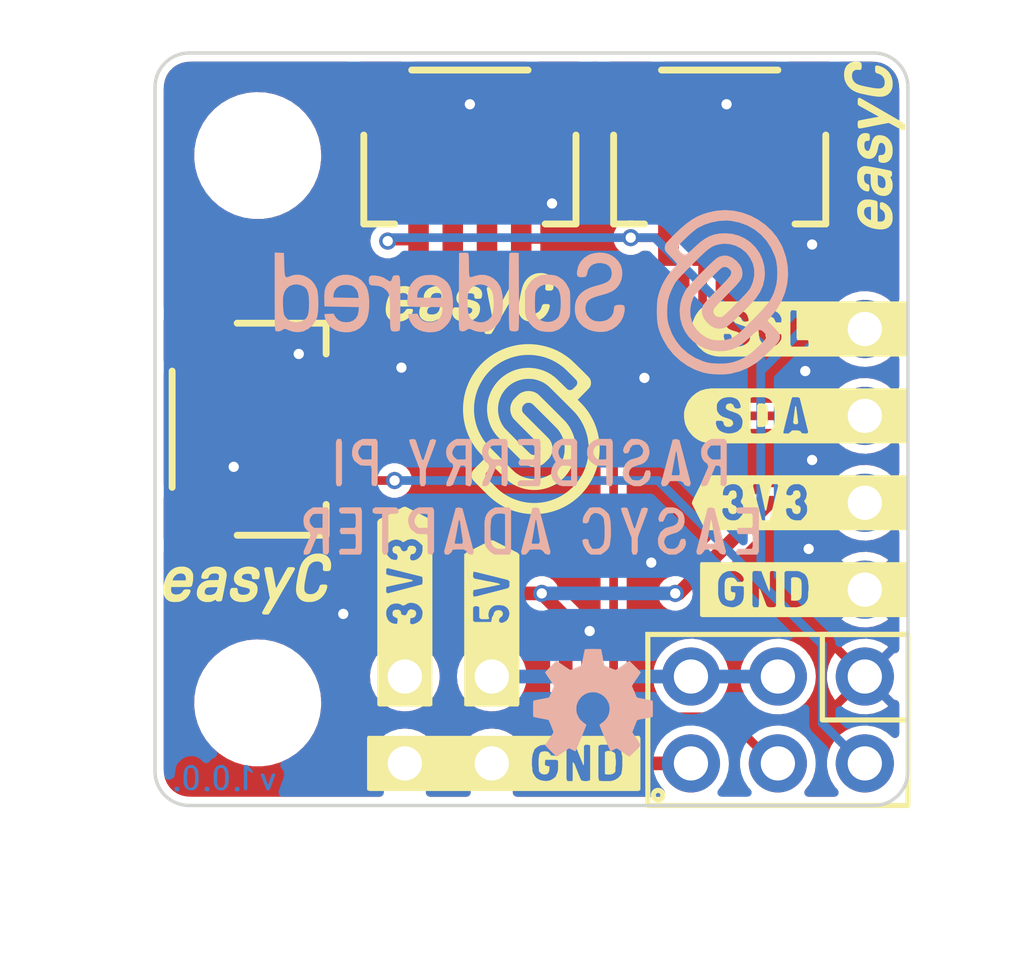
<source format=kicad_pcb>
(kicad_pcb (version 20210126) (generator pcbnew)
  (layers (0 "F.Cu" signal) (31 "B.Cu" signal) (34 "B.Paste" user) (35 "F.Paste" user) (36 "B.SilkS" user "B.Silkscreen") (37 "F.SilkS" user "F.Silkscreen") (38 "B.Mask" user) (39 "F.Mask" user) (44 "Edge.Cuts" user))
  (net 0 "")
  (net 1 "5V")
  (net 2 "GND")
  (net 3 "3V3")
  (net 4 "SCL")
  (net 5 "SDA")
  (footprint "e-radionica.com footprinti:HOLE_3.2mm" (layer "F.Cu") (at 103 106)
    (fp_text reference "H2" hide)
    (fp_text value "HOLE_3.2mm" hide)
    (pad "" np_thru_hole circle (at 0 0) (size 3.2 3.2) (drill 3.2) (layers F&B.Cu *.Mask))
  )
  (footprint "buzzardLabel" (layer "F.Cu") (at 122.4 113.61)
    (fp_text reference "" (at 0 0) (layer "F.SilkS") (effects (font (size 1.27 1.27))))
    (fp_text value "" (at 0 0) (layer "F.SilkS") (effects (font (size 1.27 1.27))))
  )
  (footprint "Soldered Graphics:Logo-Back-OSH-3.5mm" (layer "F.Cu") (at 112.8 122)
    (fp_text reference "G***" hide)
    (fp_text value "LOGO" hide)
  )
  (footprint "buzzardLabel" (layer "F.Cu") (at 122.4 118.69)
    (fp_text reference "" (at 0 0) (layer "F.SilkS") (effects (font (size 1.27 1.27))))
    (fp_text value "" (at 0 0) (layer "F.SilkS") (effects (font (size 1.27 1.27))))
  )
  (footprint "e-radionica.com footprinti:HOLE_3.2mm" (layer "F.Cu") (at 103 122)
    (fp_text reference "H1" hide)
    (fp_text value "HOLE_3.2mm" hide)
    (pad "" np_thru_hole circle (at 0 0) (size 3.2 3.2) (drill 3.2) (layers F&B.Cu *.Mask))
  )
  (footprint "buzzardLabel" (layer "F.Cu") (at 109.84 122.5 90)
    (fp_text reference "" (at 0 0 90) (layer "F.SilkS") (effects (font (size 1.27 1.27))))
    (fp_text value "" (at 0 0 90) (layer "F.SilkS") (effects (font (size 1.27 1.27))))
  )
  (footprint "Soldered Graphics:Logo-Front-easyC-5mm" (layer "F.Cu") (at 102.7 118.5)
    (fp_text reference "G***" hide)
    (fp_text value "LOGO" hide)
  )
  (footprint "Soldered Graphics:Logo-Front-Soldered-5mm" (layer "F.Cu") (at 111 114)
    (fp_text reference "G***" hide)
    (fp_text value "LOGO" hide)
  )
  (footprint "e-radionica.com footprinti:HEADER_MALE_2X1" (layer "F.Cu") (at 107.3 122.5 90)
    (fp_text reference "K2")
    (fp_text value "HEADER_MALE_2X1")
    (pad "1" thru_hole circle (at -1.27 0 90) (size 1.524 1.524) (drill 1) (layers *.Cu *.Mask) (net 2 "GND"))
    (pad "2" thru_hole circle (at 1.27 0 90) (size 1.524 1.524) (drill 1) (layers *.Cu *.Mask) (net 3 "3V3"))
  )
  (footprint "buzzardLabel" (layer "F.Cu") (at 107.3 122.5 90)
    (fp_text reference "" (at 0 0 90) (layer "F.SilkS") (effects (font (size 1.27 1.27))))
    (fp_text value "" (at 0 0 90) (layer "F.SilkS") (effects (font (size 1.27 1.27))))
  )
  (footprint "e-radionica.com footprinti:HEADER_MALE_4X1" (layer "F.Cu") (at 120.74 114.88 90)
    (fp_text reference "K6")
    (fp_text value "HEADER_MALE_4X1")
    (pad "1" thru_hole circle (at -3.81 0 90) (size 1.7 1.7) (drill 1) (layers *.Cu *.Mask) (net 2 "GND"))
    (pad "2" thru_hole circle (at -1.27 0 90) (size 1.7 1.7) (drill 1) (layers *.Cu *.Mask) (net 3 "3V3"))
    (pad "3" thru_hole circle (at 1.27 0 90) (size 1.7 1.7) (drill 1) (layers *.Cu *.Mask) (net 5 "SDA"))
    (pad "4" thru_hole circle (at 3.81 0 90) (size 1.7 1.7) (drill 1) (layers *.Cu *.Mask) (net 4 "SCL"))
  )
  (footprint "buzzardLabel" (layer "F.Cu") (at 122.4 111.07)
    (fp_text reference "" (at 0 0) (layer "F.SilkS") (effects (font (size 1.27 1.27))))
    (fp_text value "" (at 0 0) (layer "F.SilkS") (effects (font (size 1.27 1.27))))
  )
  (footprint "Soldered Graphics:Logo-Back-SolderedFULL-15mm" (layer "F.Cu") (at 111 110)
    (fp_text reference "REF**" hide)
    (fp_text value "Logo-Front-SolderedFULL-15mm" hide)
  )
  (footprint "Soldered Graphics:Logo-Front-easyC-5mm" (layer "F.Cu") (at 121 105.7 90)
    (fp_text reference "G***" hide)
    (fp_text value "LOGO" hide)
  )
  (footprint "e-radionica.com footprinti:HEADER_MALE_2X1" (layer "F.Cu") (at 109.84 122.5 90)
    (fp_text reference "K1")
    (fp_text value "HEADER_MALE_2X1")
    (pad "1" thru_hole circle (at -1.27 0 90) (size 1.524 1.524) (drill 1) (layers *.Cu *.Mask) (net 2 "GND"))
    (pad "2" thru_hole circle (at 1.27 0 90) (size 1.524 1.524) (drill 1) (layers *.Cu *.Mask) (net 1 "5V"))
  )
  (footprint "buzzardLabel" (layer "F.Cu") (at 105.8 123.77)
    (fp_text reference "" (at 0 0) (layer "F.SilkS") (effects (font (size 1.27 1.27))))
    (fp_text value "" (at 0 0) (layer "F.SilkS") (effects (font (size 1.27 1.27))))
  )
  (footprint "buzzardLabel" (layer "F.Cu") (at 122.4 116.15)
    (fp_text reference "" (at 0 0) (layer "F.SilkS") (effects (font (size 1.27 1.27))))
    (fp_text value "" (at 0 0) (layer "F.SilkS") (effects (font (size 1.27 1.27))))
  )
  (footprint "Soldered Graphics:Logo-Front-easyC-5mm" (layer "F.Cu") (at 109.2 110.3)
    (fp_text reference "G***" hide)
    (fp_text value "LOGO" hide)
  )
  (footprint "e-radionica.com footprinti:easyC-connector" (layer "F.Cu") (at 103.3 114 90)
    (fp_text reference "K7")
    (fp_text value "easyC-SMD")
    (pad "1" smd rect (at -1.5 2.15 90) (size 0.6 1.55) (layers "F.Cu" "F.Paste" "F.Mask") (net 4 "SCL"))
    (pad "2" smd rect (at -0.5 2.15 90) (size 0.6 1.55) (layers "F.Cu" "F.Paste" "F.Mask") (net 5 "SDA"))
    (pad "3" smd rect (at 0.5 2.15 90) (size 0.6 1.55) (layers "F.Cu" "F.Paste" "F.Mask") (net 3 "3V3"))
    (pad "4" smd rect (at 1.5 2.15 90) (size 0.6 1.55) (layers "F.Cu" "F.Paste" "F.Mask") (net 2 "GND"))
    (pad "5" smd rect (at -2.6 -2.15 90) (size 1.2 1.8) (layers "F.Cu" "F.Paste" "F.Mask") (net 2 "GND"))
    (pad "5" smd rect (at 2.6 -2.15 90) (size 1.2 1.8) (layers "F.Cu" "F.Paste" "F.Mask") (net 2 "GND"))
  )
  (footprint "e-radionica.com footprinti:easyC-connector" (layer "F.Cu") (at 116.5 106.3)
    (fp_text reference "K4")
    (fp_text value "easyC-SMD")
    (pad "1" smd rect (at -1.5 2.15) (size 0.6 1.55) (layers "F.Cu" "F.Paste" "F.Mask") (net 4 "SCL"))
    (pad "2" smd rect (at -0.5 2.15) (size 0.6 1.55) (layers "F.Cu" "F.Paste" "F.Mask") (net 5 "SDA"))
    (pad "3" smd rect (at 0.5 2.15) (size 0.6 1.55) (layers "F.Cu" "F.Paste" "F.Mask") (net 3 "3V3"))
    (pad "4" smd rect (at 1.5 2.15) (size 0.6 1.55) (layers "F.Cu" "F.Paste" "F.Mask") (net 2 "GND"))
    (pad "5" smd rect (at 2.6 -2.15) (size 1.2 1.8) (layers "F.Cu" "F.Paste" "F.Mask") (net 2 "GND"))
    (pad "5" smd rect (at -2.6 -2.15) (size 1.2 1.8) (layers "F.Cu" "F.Paste" "F.Mask") (net 2 "GND"))
  )
  (footprint "e-radionica.com footprinti:easyC-connector" (layer "F.Cu") (at 109.2 106.3)
    (fp_text reference "K5")
    (fp_text value "easyC-SMD")
    (pad "1" smd rect (at -1.5 2.15) (size 0.6 1.55) (layers "F.Cu" "F.Paste" "F.Mask") (net 4 "SCL"))
    (pad "2" smd rect (at -0.5 2.15) (size 0.6 1.55) (layers "F.Cu" "F.Paste" "F.Mask") (net 5 "SDA"))
    (pad "3" smd rect (at 0.5 2.15) (size 0.6 1.55) (layers "F.Cu" "F.Paste" "F.Mask") (net 3 "3V3"))
    (pad "4" smd rect (at 1.5 2.15) (size 0.6 1.55) (layers "F.Cu" "F.Paste" "F.Mask") (net 2 "GND"))
    (pad "5" smd rect (at 2.6 -2.15) (size 1.2 1.8) (layers "F.Cu" "F.Paste" "F.Mask") (net 2 "GND"))
    (pad "5" smd rect (at -2.6 -2.15) (size 1.2 1.8) (layers "F.Cu" "F.Paste" "F.Mask") (net 2 "GND"))
  )
  (footprint "e-radionica.com footprinti:HEADER_MALE_3X2" (layer "F.Cu") (at 118.2 122.5)
    (fp_text reference "K3")
    (fp_text value "HEADER_MALE_3X2")
    (pad "1" thru_hole circle (at -2.54 1.27) (size 1.7 1.7) (drill 1) (layers *.Cu *.Mask) (net 3 "3V3"))
    (pad "2" thru_hole circle (at 0 1.27) (size 1.7 1.7) (drill 1) (layers *.Cu *.Mask) (net 5 "SDA"))
    (pad "3" thru_hole circle (at 2.54 1.27) (size 1.7 1.7) (drill 1) (layers *.Cu *.Mask) (net 4 "SCL"))
    (pad "4" thru_hole circle (at 2.54 -1.27) (size 1.7 1.7) (drill 1) (layers *.Cu *.Mask) (net 2 "GND"))
    (pad "5" thru_hole circle (at 0 -1.27) (size 1.7 1.7) (drill 1) (layers *.Cu *.Mask) (net 1 "5V"))
    (pad "6" thru_hole circle (at -2.54 -1.27) (size 1.7 1.7) (drill 1) (layers *.Cu *.Mask) (net 1 "5V"))
  )
  (footprint "e-radionica.com footprinti:FIDUCIAL_1MM_PASTE" (layer "F.Cu") (at 101.5 114)
    (fp_text reference "FD1")
    (fp_text value "Fiducial_Stencil")
    (pad "1" smd circle (at 0 0) (size 1 1) (property pad_prop_fiducial_glob) (layers "F.Cu" "F.Paste" "F.Mask"))
  )
  (footprint "buzzardLabel" (layer "B.Cu") (at 111 117 180)
    (fp_text reference "" (at 0 0) (layer "B.SilkS") (effects (font (size 1.27 1.27)) (justify mirror)))
    (fp_text value "" (at 0 0) (layer "B.SilkS") (effects (font (size 1.27 1.27)) (justify mirror)))
  )
  (footprint "Soldered Graphics:Version1.0.0." (layer "B.Cu") (at 102 124.2 180)
    (fp_text reference "" (at 0 0) (layer "B.SilkS") (effects (font (size 1.27 1.27)) (justify mirror)))
    (fp_text value "" (at 0 0) (layer "B.SilkS") (effects (font (size 1.27 1.27)) (justify mirror)))
    (fp_poly (pts (xy -0.44 -0.38) (xy -0.39 -0.38) (xy -0.34 -0.37) (xy -0.34 -0.33) (xy -0.34 -0.27) (xy -0.38 -0.26) (xy -0.43 -0.26) (xy -0.46 -0.29) (xy -0.46 -0.34) (xy -0.44 -0.38)) (layer "B.Cu") (width 0.01) (fill solid))
    (fp_poly (pts (xy -1.33 -0.35) (xy -1.27 -0.35) (xy -1.25 -0.31) (xy -1.09 0.1) (xy -1.11 0.13) (xy -1.16 0.13) (xy -1.19 0.1) (xy -1.28 -0.16) (xy -1.3 -0.21) (xy -1.32 -0.17) (xy -1.41 0.09) (xy -1.44 0.13) (xy -1.49 0.13) (xy -1.51 0.1) (xy -1.36 -0.31) (xy -1.33 -0.35)) (layer "B.Cu") (width 0.01) (fill solid))
    (fp_poly (pts (xy 1.31 -0.38) (xy 1.36 -0.38) (xy 1.41 -0.37) (xy 1.42 -0.33) (xy 1.42 -0.27) (xy 1.38 -0.26) (xy 1.33 -0.26) (xy 1.3 -0.29) (xy 1.3 -0.34) (xy 1.31 -0.38)) (layer "B.Cu") (width 0.01) (fill solid))
    (fp_poly (pts (xy 0.06 -0.35) (xy 0.11 -0.35) (xy 0.17 -0.33) (xy 0.13 -0.28) (xy 0.03 -0.28) (xy -0.01 -0.25) (xy -0.03 -0.2) (xy -0.05 -0.15) (xy -0.05 -0.11) (xy -0.05 0.01) (xy -0.05 0.13) (xy -0.05 0.17) (xy -0.03 0.22) (xy -0.01 0.27) (xy 0.02 0.3) (xy 0.13 0.3) (xy 0.16 0.26) (xy 0.18 0.21) (xy 0.18 0.15) (xy 0.19 0.05) (xy 0.19 -0.08) (xy 0.19 -0.12) (xy 0.18 -0.17) (xy 0.16 -0.22) (xy 0.14 -0.27) (xy 0.14 -0.28) (xy 0.17 -0.32) (xy 0.21 -0.29) (xy 0.24 -0.26) (xy 0.26 -0.22) (xy 0.27 -0.16) (xy 0.28 -0.11) (xy 0.28 -0.06) (xy 0.28 0.06) (xy 0.28 0.12) (xy 0.27 0.17) (xy 0.26 0.22) (xy 0.25 0.27) (xy 0.22 0.3) (xy 0.19 0.34) (xy 0.13 0.37) (xy 0.08 0.38) (xy 0.02 0.38) (xy -0.03 0.35) (xy -0.08 0.31) (xy -0.1 0.28) (xy -0.12 0.23) (xy -0.14 0.18) (xy -0.14 0.13) (xy -0.15 0.08) (xy -0.15 -0.04) (xy -0.14 -0.1) (xy -0.14 -0.14) (xy -0.13 -0.2) (xy -0.11 -0.25) (xy -0.08 -0.28) (xy -0.05 -0.32) (xy 0.01 -0.35) (xy 0.06 -0.35)) (layer "B.Cu") (width 0.01) (fill solid))
    (fp_poly (pts (xy 0.43 -0.38) (xy 0.48 -0.38) (xy 0.54 -0.37) (xy 0.54 -0.33) (xy 0.54 -0.27) (xy 0.5 -0.26) (xy 0.45 -0.26) (xy 0.42 -0.29) (xy 0.42 -0.34) (xy 0.43 -0.38)) (layer "B.Cu") (width 0.01) (fill solid))
    (fp_poly (pts (xy 0.93 -0.35) (xy 0.99 -0.35) (xy 1.04 -0.33) (xy 1.01 -0.28) (xy 0.91 -0.28) (xy 0.87 -0.25) (xy 0.85 -0.2) (xy 0.83 -0.15) (xy 0.83 -0.11) (xy 0.82 0.01) (xy 0.83 0.13) (xy 0.83 0.17) (xy 0.84 0.22) (xy 0.87 0.27) (xy 0.9 0.3) (xy 1.01 0.3) (xy 1.04 0.26) (xy 1.05 0.21) (xy 1.06 0.15) (xy 1.07 0.05) (xy 1.07 -0.08) (xy 1.06 -0.12) (xy 1.06 -0.17) (xy 1.04 -0.22) (xy 1.02 -0.27) (xy 1.01 -0.28) (xy 1.05 -0.32) (xy 1.09 -0.29) (xy 1.12 -0.26) (xy 1.14 -0.22) (xy 1.15 -0.16) (xy 1.16 -0.11) (xy 1.16 -0.06) (xy 1.16 0.06) (xy 1.16 0.12) (xy 1.15 0.17) (xy 1.14 0.22) (xy 1.13 0.27) (xy 1.1 0.3) (xy 1.06 0.34) (xy 1.01 0.37) (xy 0.95 0.38) (xy 0.9 0.38) (xy 0.84 0.35) (xy 0.8 0.31) (xy 0.78 0.28) (xy 0.75 0.23) (xy 0.74 0.18) (xy 0.74 0.13) (xy 0.73 0.08) (xy 0.73 -0.04) (xy 0.73 -0.1) (xy 0.74 -0.14) (xy 0.75 -0.2) (xy 0.77 -0.25) (xy 0.79 -0.28) (xy 0.83 -0.32) (xy 0.89 -0.35) (xy 0.93 -0.35)) (layer "B.Cu") (width 0.01) (fill solid))
    (fp_poly (pts (xy -0.67 -0.35) (xy -0.62 -0.35) (xy -0.6 -0.31) (xy -0.6 0.35) (xy -0.64 0.38) (xy -0.69 0.38) (xy -0.73 0.34) (xy -0.84 0.22) (xy -0.86 0.17) (xy -0.83 0.16) (xy -0.73 0.22) (xy -0.69 0.23) (xy -0.69 -0.31) (xy -0.67 -0.35)) (layer "B.Cu") (width 0.01) (fill solid))
  )
  (footprint "buzzardLabel" (layer "B.Cu") (at 111 115 180)
    (fp_text reference "" (at 0 0) (layer "B.SilkS") (effects (font (size 1.27 1.27)) (justify mirror)))
    (fp_text value "" (at 0 0) (layer "B.SilkS") (effects (font (size 1.27 1.27)) (justify mirror)))
  )
  (gr_circle (center 114.7 124.7) (end 114.8 124.6) (layer "F.SilkS") (width 0.15) (fill none))
  (gr_rect (start 114.4 120) (end 122 125) (layer "F.SilkS") (width 0.15) (fill none))
  (gr_rect (start 119.5 120) (end 122 122.5) (layer "F.SilkS") (width 0.15) (fill none))
  (gr_line (start 122 104) (end 122 124) (layer "Edge.Cuts") (width 0.1))
  (gr_arc (start 121 104) (end 121 103) (angle 90) (layer "Edge.Cuts") (width 0.1))
  (gr_line (start 100 124) (end 100 104) (layer "Edge.Cuts") (width 0.1))
  (gr_line (start 121 125) (end 101 125) (layer "Edge.Cuts") (width 0.1))
  (gr_arc (start 121 124) (end 122 124) (angle 90) (layer "Edge.Cuts") (width 0.1))
  (gr_arc (start 101 104) (end 101 103) (angle -90) (layer "Edge.Cuts") (width 0.1))
  (gr_line (start 101 103) (end 121 103) (layer "Edge.Cuts") (width 0.1))
  (gr_arc (start 101 124) (end 101 125) (angle 90) (layer "Edge.Cuts") (width 0.1))
  (segment (start 115.66 121.23) (end 109.84 121.23) (width 0.4) (layer "B.Cu") (net 1))
  (segment (start 115.66 121.23) (end 118.2 121.23) (width 0.4) (layer "B.Cu") (net 1))
  (via (at 119 112.3) (size 0.5) (drill 0.3) (layers "F.Cu" "B.Cu") (net 2))
  (via (at 107.2 112.2) (size 0.5) (drill 0.3) (layers "F.Cu" "B.Cu") (net 2))
  (via (at 114.5 117.9) (size 0.5) (drill 0.3) (layers "F.Cu" "B.Cu") (net 2))
  (via (at 111.6 107.4) (size 0.5) (drill 0.3) (layers "F.Cu" "B.Cu") (net 2))
  (via (at 109.2 104.5) (size 0.5) (drill 0.3) (layers "F.Cu" "B.Cu") (net 2))
  (via (at 102.3 115.1) (size 0.5) (drill 0.3) (layers "F.Cu" "B.Cu") (net 2))
  (via (at 119.1 117.5) (size 0.5) (drill 0.3) (layers "F.Cu" "B.Cu") (net 2))
  (via (at 105.5 119.4) (size 0.5) (drill 0.3) (layers "F.Cu" "B.Cu") (net 2))
  (via (at 119.2 114.9) (size 0.5) (drill 0.3) (layers "F.Cu" "B.Cu") (net 2))
  (via (at 116.7 104.5) (size 0.5) (drill 0.3) (layers "F.Cu" "B.Cu") (net 2))
  (via (at 119.2 108.6) (size 0.5) (drill 0.3) (layers "F.Cu" "B.Cu") (net 2))
  (via (at 114.3 112.5) (size 0.5) (drill 0.3) (layers "F.Cu" "B.Cu") (net 2))
  (via (at 104.2 111.8) (size 0.5) (drill 0.3) (layers "F.Cu" "B.Cu") (net 2))
  (via (at 112.7 119.9) (size 0.5) (drill 0.3) (layers "F.Cu" "B.Cu") (net 2))
  (segment (start 113.37 123.77) (end 112 122.4) (width 0.4) (layer "F.Cu") (net 3))
  (segment (start 103.4 115.7) (end 106.5 118.8) (width 0.4) (layer "F.Cu") (net 3))
  (segment (start 115.66 123.77) (end 113.37 123.77) (width 0.4) (layer "F.Cu") (net 3))
  (segment (start 108.1 118.8) (end 107.3 119.6) (width 0.4) (layer "F.Cu") (net 3))
  (segment (start 115.3 118.8) (end 117.95 116.15) (width 0.4) (layer "F.Cu") (net 3))
  (segment (start 112 122.4) (end 112 119.5) (width 0.4) (layer "F.Cu") (net 3))
  (segment (start 117 107.1) (end 116.4 106.5) (width 0.4) (layer "F.Cu") (net 3))
  (segment (start 112 119.5) (end 111.3 118.8) (width 0.4) (layer "F.Cu") (net 3))
  (segment (start 115.2 118.8) (end 115.3 118.8) (width 0.4) (layer "F.Cu") (net 3))
  (segment (start 109 106.5) (end 109.7 107.2) (width 0.4) (layer "F.Cu") (net 3))
  (segment (start 104 113.5) (end 103.4 114.1) (width 0.4) (layer "F.Cu") (net 3))
  (segment (start 109.7 107.2) (end 109.7 108.45) (width 0.4) (layer "F.Cu") (net 3))
  (segment (start 103.4 114.1) (end 103.4 110.3) (width 0.4) (layer "F.Cu") (net 3))
  (segment (start 107.2 106.5) (end 109 106.5) (width 0.4) (layer "F.Cu") (net 3))
  (segment (start 111.3 118.8) (end 108.1 118.8) (width 0.4) (layer "F.Cu") (net 3))
  (segment (start 103.4 114.1) (end 103.4 115.7) (width 0.4) (layer "F.Cu") (net 3))
  (segment (start 103.4 110.3) (end 107.2 106.5) (width 0.4) (layer "F.Cu") (net 3))
  (segment (start 116.4 106.5) (end 109 106.5) (width 0.4) (layer "F.Cu") (net 3))
  (segment (start 105.45 113.5) (end 104 113.5) (width 0.4) (layer "F.Cu") (net 3))
  (segment (start 107.3 119.6) (end 107.3 121.23) (width 0.4) (layer "F.Cu") (net 3))
  (segment (start 117.95 116.15) (end 120.74 116.15) (width 0.4) (layer "F.Cu") (net 3))
  (segment (start 106.5 118.8) (end 108.1 118.8) (width 0.4) (layer "F.Cu") (net 3))
  (segment (start 117 108.45) (end 117 107.1) (width 0.4) (layer "F.Cu") (net 3))
  (via (at 115.2 118.8) (size 0.5) (drill 0.3) (layers "F.Cu" "B.Cu") (net 3))
  (via (at 111.3 118.8) (size 0.5) (drill 0.3) (layers "F.Cu" "B.Cu") (net 3))
  (segment (start 115.2 118.8) (end 111.3 118.8) (width 0.4) (layer "B.Cu") (net 3))
  (segment (start 113.9 108.4) (end 114.95 108.4) (width 0.254) (layer "F.Cu") (net 4))
  (segment (start 114.95 108.4) (end 115 108.45) (width 0.254) (layer "F.Cu") (net 4))
  (segment (start 105.45 115.5) (end 107 115.5) (width 0.254) (layer "F.Cu") (net 4))
  (segment (start 107.65 108.5) (end 107.7 108.45) (width 0.254) (layer "F.Cu") (net 4))
  (segment (start 106.8 108.5) (end 107.65 108.5) (width 0.254) (layer "F.Cu") (net 4))
  (via (at 113.9 108.4) (size 0.5) (drill 0.3) (layers "F.Cu" "B.Cu") (net 4))
  (via (at 107 115.5) (size 0.5) (drill 0.3) (layers "F.Cu" "B.Cu") (net 4))
  (via (at 106.8 108.5) (size 0.5) (drill 0.3) (layers "F.Cu" "B.Cu") (net 4))
  (segment (start 118.93 111.07) (end 120.74 111.07) (width 0.254) (layer "B.Cu") (net 4))
  (segment (start 107 115.5) (end 114.7 115.5) (width 0.254) (layer "B.Cu") (net 4))
  (segment (start 117.7 111.5) (end 117.7 112.3) (width 0.254) (layer "B.Cu") (net 4))
  (segment (start 119.5 122.6) (end 119.5 120.3) (width 0.254) (layer "B.Cu") (net 4))
  (segment (start 106.9 108.4) (end 106.8 108.5) (width 0.254) (layer "B.Cu") (net 4))
  (segment (start 114.6 108.4) (end 117.7 111.5) (width 0.254) (layer "B.Cu") (net 4))
  (segment (start 117.7 112.3) (end 118.93 111.07) (width 0.254) (layer "B.Cu") (net 4))
  (segment (start 120.67 123.77) (end 119.5 122.6) (width 0.254) (layer "B.Cu") (net 4))
  (segment (start 119.5 120.3) (end 117.7 118.5) (width 0.254) (layer "B.Cu") (net 4))
  (segment (start 120.74 123.77) (end 120.67 123.77) (width 0.254) (layer "B.Cu") (net 4))
  (segment (start 114.7 115.5) (end 117.7 118.5) (width 0.254) (layer "B.Cu") (net 4))
  (segment (start 113.9 108.4) (end 106.9 108.4) (width 0.254) (layer "B.Cu") (net 4))
  (segment (start 117.7 118.5) (end 117.7 112.3) (width 0.254) (layer "B.Cu") (net 4))
  (segment (start 113.9 108.4) (end 114.6 108.4) (width 0.254) (layer "B.Cu") (net 4))
  (segment (start 118.2 123.77) (end 118.07 123.77) (width 0.254) (layer "F.Cu") (net 5))
  (segment (start 113.4 121.6) (end 113.4 114.5) (width 0.254) (layer "F.Cu") (net 5))
  (segment (start 116 112.9) (end 115.29 113.61) (width 0.254) (layer "F.Cu") (net 5))
  (segment (start 120.74 113.61) (end 115.29 113.61) (width 0.254) (layer "F.Cu") (net 5))
  (segment (start 114.207011 122.407011) (end 113.4 121.6) (width 0.254) (layer "F.Cu") (net 5))
  (segment (start 107.51 113.61) (end 107.5 113.6) (width 0.254) (layer "F.Cu") (net 5))
  (segment (start 115.29 113.61) (end 114.29 113.61) (width 0.254) (layer "F.Cu") (net 5))
  (segment (start 113.91 113.99) (end 114.29 113.61) (width 0.254) (layer "F.Cu") (net 5))
  (segment (start 116.707011 122.407011) (end 114.207011 122.407011) (width 0.254) (layer "F.Cu") (net 5))
  (segment (start 105.45 114.5) (end 106.6 114.5) (width 0.254) (layer "F.Cu") (net 5))
  (segment (start 108.7 112.4) (end 108.7 108.45) (width 0.254) (layer "F.Cu") (net 5))
  (segment (start 107.5 113.6) (end 108.7 112.4) (width 0.254) (layer "F.Cu") (net 5))
  (segment (start 113.91 113.61) (end 107.51 113.61) (width 0.254) (layer "F.Cu") (net 5))
  (segment (start 114.29 113.61) (end 113.91 113.61) (width 0.254) (layer "F.Cu") (net 5))
  (segment (start 116 108.45) (end 116 112.9) (width 0.254) (layer "F.Cu") (net 5))
  (segment (start 106.6 114.5) (end 107.5 113.6) (width 0.254) (layer "F.Cu") (net 5))
  (segment (start 113.4 114.5) (end 114.29 113.61) (width 0.254) (layer "F.Cu") (net 5))
  (segment (start 118.07 123.77) (end 116.707011 122.407011) (width 0.254) (layer "F.Cu") (net 5))
  (zone (net 2) (net_name "GND") (layers F&B.Cu) (connect_pads (clearance 0.254)) (min_thickness 0.254) (fill yes (thermal_gap 0.254) (thermal_bridge_width 0.254))
    (polygon (pts (xy 122 125) (xy 100 125) (xy 100 103) (xy 122 103)))
  )
)
</source>
